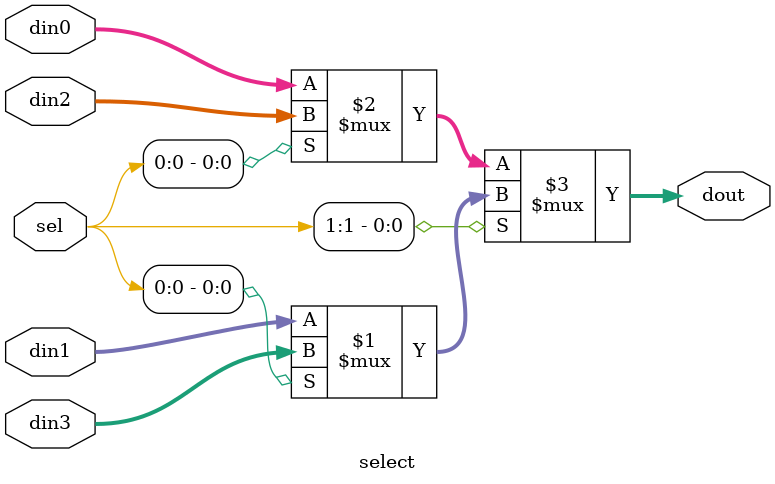
<source format=v>
`timescale 1ns / 1ps


module select #(
    parameter   DW_WIDTH    =   16
)(
    output [DW_WIDTH-1:0]   dout,
    input  [DW_WIDTH-1:0]   din0,
    input  [DW_WIDTH-1:0]   din1,
    input  [DW_WIDTH-1:0]   din2,
    input  [DW_WIDTH-1:0]   din3,
    input  [1:0]            sel
    );
    
    assign dout = sel[1] ?
                  sel[0] ? din3 : din1 :
                  sel[0] ? din2 : din0; 
                  
endmodule

</source>
